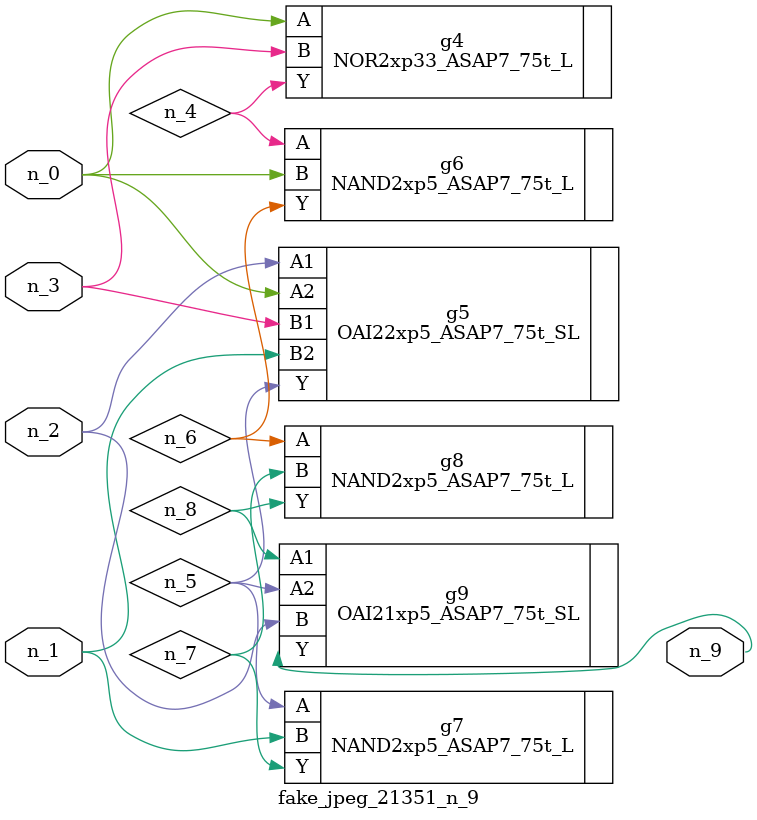
<source format=v>
module fake_jpeg_21351_n_9 (n_0, n_3, n_2, n_1, n_9);

input n_0;
input n_3;
input n_2;
input n_1;

output n_9;

wire n_4;
wire n_8;
wire n_6;
wire n_5;
wire n_7;

NOR2xp33_ASAP7_75t_L g4 ( 
.A(n_0),
.B(n_3),
.Y(n_4)
);

OAI22xp5_ASAP7_75t_SL g5 ( 
.A1(n_2),
.A2(n_0),
.B1(n_3),
.B2(n_1),
.Y(n_5)
);

NAND2xp5_ASAP7_75t_L g6 ( 
.A(n_4),
.B(n_0),
.Y(n_6)
);

NAND2xp5_ASAP7_75t_L g8 ( 
.A(n_6),
.B(n_7),
.Y(n_8)
);

NAND2xp5_ASAP7_75t_L g7 ( 
.A(n_5),
.B(n_1),
.Y(n_7)
);

OAI21xp5_ASAP7_75t_SL g9 ( 
.A1(n_8),
.A2(n_5),
.B(n_2),
.Y(n_9)
);


endmodule
</source>
